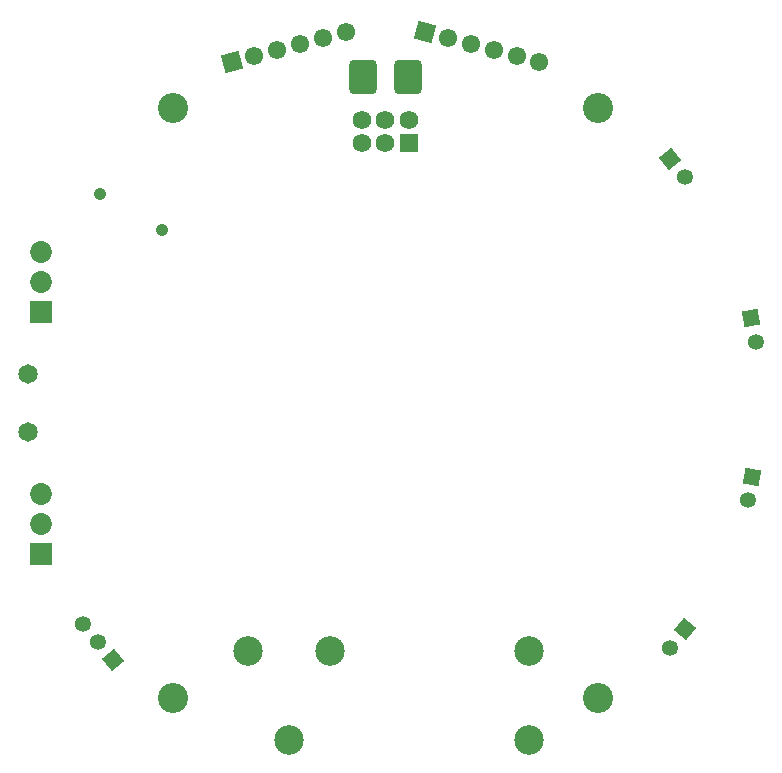
<source format=gbs>
G04*
G04 #@! TF.GenerationSoftware,Altium Limited,Altium Designer,23.0.1 (38)*
G04*
G04 Layer_Color=16711935*
%FSLAX43Y43*%
%MOMM*%
G71*
G04*
G04 #@! TF.SameCoordinates,849B8B9A-CF0B-4B68-86F2-F378DEA603F9*
G04*
G04*
G04 #@! TF.FilePolarity,Negative*
G04*
G01*
G75*
G04:AMPARAMS|DCode=21|XSize=2.895mm|YSize=2.311mm|CornerRadius=0.346mm|HoleSize=0mm|Usage=FLASHONLY|Rotation=270.000|XOffset=0mm|YOffset=0mm|HoleType=Round|Shape=RoundedRectangle|*
%AMROUNDEDRECTD21*
21,1,2.895,1.619,0,0,270.0*
21,1,2.203,2.311,0,0,270.0*
1,1,0.692,-0.810,-1.102*
1,1,0.692,-0.810,1.102*
1,1,0.692,0.810,1.102*
1,1,0.692,0.810,-1.102*
%
%ADD21ROUNDEDRECTD21*%
%ADD61C,2.500*%
%ADD62C,1.852*%
%ADD63R,1.852X1.852*%
%ADD64C,1.552*%
%ADD65P,2.195X4X60.0*%
%ADD66C,1.352*%
%ADD67P,1.913X4X275.0*%
%ADD68C,1.052*%
%ADD69P,2.195X4X390.0*%
%ADD70P,1.913X4X175.0*%
%ADD71P,1.913X4X354.0*%
%ADD72C,1.580*%
%ADD73R,1.580X1.580*%
%ADD74C,2.552*%
%ADD75P,1.913X4X325.0*%
%ADD76P,1.913X4X305.0*%
%ADD77C,1.652*%
D21*
X-1860Y27600D02*
D03*
X1900Y27600D02*
D03*
D61*
X12150Y-28500D02*
D03*
Y-21000D02*
D03*
X-8150Y-28500D02*
D03*
X-4650Y-21000D02*
D03*
X-11650D02*
D03*
D62*
X-29138Y-7709D02*
D03*
Y-10249D02*
D03*
Y10240D02*
D03*
Y12780D02*
D03*
D63*
Y-12789D02*
D03*
Y7700D02*
D03*
D64*
X-3365Y31458D02*
D03*
X-11092Y29388D02*
D03*
X-9161Y29905D02*
D03*
X-7229Y30423D02*
D03*
X-5297Y30941D02*
D03*
X13045Y28870D02*
D03*
X5317Y30941D02*
D03*
X7249Y30423D02*
D03*
X9181Y29906D02*
D03*
X11113Y29388D02*
D03*
D65*
X-13024Y28870D02*
D03*
D66*
X24106Y-20688D02*
D03*
X-25630Y-18665D02*
D03*
X-24344Y-20197D02*
D03*
X25381Y19153D02*
D03*
X31344Y5210D02*
D03*
X30700Y-8200D02*
D03*
D67*
X25391Y-19156D02*
D03*
D68*
X-24141Y17690D02*
D03*
X-18945Y14690D02*
D03*
D69*
X3385Y31459D02*
D03*
D70*
X-23059Y-21729D02*
D03*
D71*
X24122Y20707D02*
D03*
D72*
X2000Y24000D02*
D03*
X-2000Y24000D02*
D03*
Y22000D02*
D03*
X0Y24000D02*
D03*
Y22000D02*
D03*
D73*
X2000Y22000D02*
D03*
D74*
X-18000Y25000D02*
D03*
X18000D02*
D03*
Y-25000D02*
D03*
X-18000D02*
D03*
D75*
X30997Y7179D02*
D03*
D76*
X31047Y-6230D02*
D03*
D77*
X-30225Y2434D02*
D03*
X-30225Y-2446D02*
D03*
M02*

</source>
